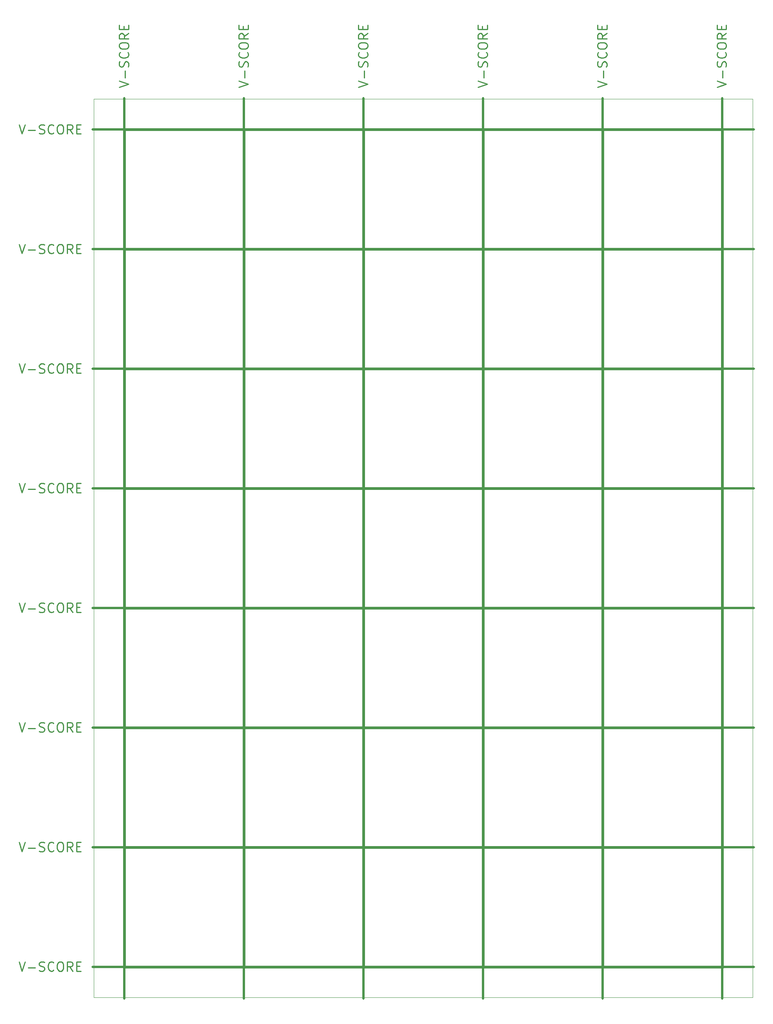
<source format=gko>
%TF.GenerationSoftware,KiCad,Pcbnew,8.0.7*%
%TF.CreationDate,2025-01-03T07:35:05+00:00*%
%TF.ProjectId,Soft_Power_Switch_panelized,536f6674-5f50-46f7-9765-725f53776974,v10*%
%TF.SameCoordinates,Original*%
%TF.FileFunction,Soldermask,Bot*%
%TF.FilePolarity,Negative*%
%FSLAX46Y46*%
G04 Gerber Fmt 4.6, Leading zero omitted, Abs format (unit mm)*
G04 Created by KiCad (PCBNEW 8.0.7) date 2025-01-03 07:35:05*
%MOMM*%
%LPD*%
G01*
G04 APERTURE LIST*
%TA.AperFunction,Profile*%
%ADD10C,0.100000*%
%TD*%
%ADD11C,0.500000*%
%ADD12C,0.250000*%
G04 APERTURE END LIST*
D10*
X135850000Y187650000D02*
X135850000Y-6850000D01*
X51800000Y77200000D02*
X77200000Y77200000D01*
X77200000Y51800000D01*
X51800000Y51800000D01*
X51800000Y77200000D01*
X51800000Y103100000D02*
X77200000Y103100000D01*
X77200000Y77700000D01*
X51800000Y77700000D01*
X51800000Y103100000D01*
X135850000Y-6850000D02*
X-6850000Y-6850000D01*
X77700000Y103100000D02*
X103100000Y103100000D01*
X103100000Y77700000D01*
X77700000Y77700000D01*
X77700000Y103100000D01*
X25900000Y180800000D02*
X51300000Y180800000D01*
X51300000Y155400000D01*
X25900000Y155400000D01*
X25900000Y180800000D01*
X0Y180800000D02*
X25400000Y180800000D01*
X25400000Y155400000D01*
X0Y155400000D01*
X0Y180800000D01*
X51800000Y25400000D02*
X77200000Y25400000D01*
X77200000Y0D01*
X51800000Y0D01*
X51800000Y25400000D01*
X25900000Y51300000D02*
X51300000Y51300000D01*
X51300000Y25900000D01*
X25900000Y25900000D01*
X25900000Y51300000D01*
X103600000Y103100000D02*
X129000000Y103100000D01*
X129000000Y77700000D01*
X103600000Y77700000D01*
X103600000Y103100000D01*
X51800000Y154900000D02*
X77200000Y154900000D01*
X77200000Y129500000D01*
X51800000Y129500000D01*
X51800000Y154900000D01*
X103600000Y154900000D02*
X129000000Y154900000D01*
X129000000Y129500000D01*
X103600000Y129500000D01*
X103600000Y154900000D01*
X-6850000Y-6850000D02*
X-6850000Y187650000D01*
X0Y129000000D02*
X25400000Y129000000D01*
X25400000Y103600000D01*
X0Y103600000D01*
X0Y129000000D01*
X25900000Y129000000D02*
X51300000Y129000000D01*
X51300000Y103600000D01*
X25900000Y103600000D01*
X25900000Y129000000D01*
X77700000Y51300000D02*
X103100000Y51300000D01*
X103100000Y25900000D01*
X77700000Y25900000D01*
X77700000Y51300000D01*
X0Y51300000D02*
X25400000Y51300000D01*
X25400000Y25900000D01*
X0Y25900000D01*
X0Y51300000D01*
X103600000Y51300000D02*
X129000000Y51300000D01*
X129000000Y25900000D01*
X103600000Y25900000D01*
X103600000Y51300000D01*
X-500000Y-500000D02*
X-500000Y181300000D01*
X25900000Y25400000D02*
X51300000Y25400000D01*
X51300000Y0D01*
X25900000Y0D01*
X25900000Y25400000D01*
X129500000Y-500000D02*
X-500000Y-500000D01*
X51800000Y180800000D02*
X77200000Y180800000D01*
X77200000Y155400000D01*
X51800000Y155400000D01*
X51800000Y180800000D01*
X103600000Y180800000D02*
X129000000Y180800000D01*
X129000000Y155400000D01*
X103600000Y155400000D01*
X103600000Y180800000D01*
X77700000Y77200000D02*
X103100000Y77200000D01*
X103100000Y51800000D01*
X77700000Y51800000D01*
X77700000Y77200000D01*
X103600000Y77200000D02*
X129000000Y77200000D01*
X129000000Y51800000D01*
X103600000Y51800000D01*
X103600000Y77200000D01*
X51800000Y51300000D02*
X77200000Y51300000D01*
X77200000Y25900000D01*
X51800000Y25900000D01*
X51800000Y51300000D01*
X-500000Y181300000D02*
X129500000Y181300000D01*
X0Y103100000D02*
X25400000Y103100000D01*
X25400000Y77700000D01*
X0Y77700000D01*
X0Y103100000D01*
X103600000Y129000000D02*
X129000000Y129000000D01*
X129000000Y103600000D01*
X103600000Y103600000D01*
X103600000Y129000000D01*
X25900000Y103100000D02*
X51300000Y103100000D01*
X51300000Y77700000D01*
X25900000Y77700000D01*
X25900000Y103100000D01*
X77700000Y25400000D02*
X103100000Y25400000D01*
X103100000Y0D01*
X77700000Y0D01*
X77700000Y25400000D01*
X0Y154900000D02*
X25400000Y154900000D01*
X25400000Y129500000D01*
X0Y129500000D01*
X0Y154900000D01*
X25900000Y77200000D02*
X51300000Y77200000D01*
X51300000Y51800000D01*
X25900000Y51800000D01*
X25900000Y77200000D01*
X129500000Y181300000D02*
X129500000Y-500000D01*
X103600000Y25400000D02*
X129000000Y25400000D01*
X129000000Y0D01*
X103600000Y0D01*
X103600000Y25400000D01*
X77700000Y154900000D02*
X103100000Y154900000D01*
X103100000Y129500000D01*
X77700000Y129500000D01*
X77700000Y154900000D01*
X0Y77200000D02*
X25400000Y77200000D01*
X25400000Y51800000D01*
X0Y51800000D01*
X0Y77200000D01*
X77700000Y180800000D02*
X103100000Y180800000D01*
X103100000Y155400000D01*
X77700000Y155400000D01*
X77700000Y180800000D01*
X-6850000Y187650000D02*
X135850000Y187650000D01*
X25900000Y154900000D02*
X51300000Y154900000D01*
X51300000Y129500000D01*
X25900000Y129500000D01*
X25900000Y154900000D01*
X0Y25400000D02*
X25400000Y25400000D01*
X25400000Y0D01*
X0Y0D01*
X0Y25400000D01*
X77700000Y129000000D02*
X103100000Y129000000D01*
X103100000Y103600000D01*
X77700000Y103600000D01*
X77700000Y129000000D01*
X51800000Y129000000D02*
X77200000Y129000000D01*
X77200000Y103600000D01*
X51800000Y103600000D01*
X51800000Y129000000D01*
D11*
X77450000Y187900000D02*
X77450000Y-7100000D01*
X-7100000Y103350000D02*
X136100000Y103350000D01*
X-7100000Y-250000D02*
X136100000Y-250000D01*
X129250000Y187900000D02*
X129250000Y-7100000D01*
X-7100000Y51550000D02*
X136100000Y51550000D01*
X-7100000Y25650000D02*
X136100000Y25650000D01*
X-7100000Y77450000D02*
X136100000Y77450000D01*
X-7100000Y155150000D02*
X136100000Y155150000D01*
X-7100000Y129250000D02*
X136100000Y129250000D01*
X103350000Y187900000D02*
X103350000Y-7100000D01*
X25650000Y187900000D02*
X25650000Y-7100000D01*
X51550000Y187900000D02*
X51550000Y-7100000D01*
X-7100000Y181050000D02*
X136100000Y181050000D01*
X-250000Y187900000D02*
X-250000Y-7100000D01*
D12*
X-23073997Y26737762D02*
X-22407331Y24737762D01*
X-22407331Y24737762D02*
X-21740664Y26737762D01*
X-21073997Y25499667D02*
X-19550187Y25499667D01*
X-18693045Y24833000D02*
X-18407331Y24737762D01*
X-18407331Y24737762D02*
X-17931140Y24737762D01*
X-17931140Y24737762D02*
X-17740664Y24833000D01*
X-17740664Y24833000D02*
X-17645426Y24928239D01*
X-17645426Y24928239D02*
X-17550188Y25118715D01*
X-17550188Y25118715D02*
X-17550188Y25309191D01*
X-17550188Y25309191D02*
X-17645426Y25499667D01*
X-17645426Y25499667D02*
X-17740664Y25594905D01*
X-17740664Y25594905D02*
X-17931140Y25690143D01*
X-17931140Y25690143D02*
X-18312093Y25785381D01*
X-18312093Y25785381D02*
X-18502569Y25880620D01*
X-18502569Y25880620D02*
X-18597807Y25975858D01*
X-18597807Y25975858D02*
X-18693045Y26166334D01*
X-18693045Y26166334D02*
X-18693045Y26356810D01*
X-18693045Y26356810D02*
X-18597807Y26547286D01*
X-18597807Y26547286D02*
X-18502569Y26642524D01*
X-18502569Y26642524D02*
X-18312093Y26737762D01*
X-18312093Y26737762D02*
X-17835902Y26737762D01*
X-17835902Y26737762D02*
X-17550188Y26642524D01*
X-15550188Y24928239D02*
X-15645426Y24833000D01*
X-15645426Y24833000D02*
X-15931140Y24737762D01*
X-15931140Y24737762D02*
X-16121616Y24737762D01*
X-16121616Y24737762D02*
X-16407331Y24833000D01*
X-16407331Y24833000D02*
X-16597807Y25023477D01*
X-16597807Y25023477D02*
X-16693045Y25213953D01*
X-16693045Y25213953D02*
X-16788283Y25594905D01*
X-16788283Y25594905D02*
X-16788283Y25880620D01*
X-16788283Y25880620D02*
X-16693045Y26261572D01*
X-16693045Y26261572D02*
X-16597807Y26452048D01*
X-16597807Y26452048D02*
X-16407331Y26642524D01*
X-16407331Y26642524D02*
X-16121616Y26737762D01*
X-16121616Y26737762D02*
X-15931140Y26737762D01*
X-15931140Y26737762D02*
X-15645426Y26642524D01*
X-15645426Y26642524D02*
X-15550188Y26547286D01*
X-14312093Y26737762D02*
X-13931140Y26737762D01*
X-13931140Y26737762D02*
X-13740664Y26642524D01*
X-13740664Y26642524D02*
X-13550188Y26452048D01*
X-13550188Y26452048D02*
X-13454950Y26071096D01*
X-13454950Y26071096D02*
X-13454950Y25404429D01*
X-13454950Y25404429D02*
X-13550188Y25023477D01*
X-13550188Y25023477D02*
X-13740664Y24833000D01*
X-13740664Y24833000D02*
X-13931140Y24737762D01*
X-13931140Y24737762D02*
X-14312093Y24737762D01*
X-14312093Y24737762D02*
X-14502569Y24833000D01*
X-14502569Y24833000D02*
X-14693045Y25023477D01*
X-14693045Y25023477D02*
X-14788283Y25404429D01*
X-14788283Y25404429D02*
X-14788283Y26071096D01*
X-14788283Y26071096D02*
X-14693045Y26452048D01*
X-14693045Y26452048D02*
X-14502569Y26642524D01*
X-14502569Y26642524D02*
X-14312093Y26737762D01*
X-11454950Y24737762D02*
X-12121617Y25690143D01*
X-12597807Y24737762D02*
X-12597807Y26737762D01*
X-12597807Y26737762D02*
X-11835902Y26737762D01*
X-11835902Y26737762D02*
X-11645426Y26642524D01*
X-11645426Y26642524D02*
X-11550188Y26547286D01*
X-11550188Y26547286D02*
X-11454950Y26356810D01*
X-11454950Y26356810D02*
X-11454950Y26071096D01*
X-11454950Y26071096D02*
X-11550188Y25880620D01*
X-11550188Y25880620D02*
X-11645426Y25785381D01*
X-11645426Y25785381D02*
X-11835902Y25690143D01*
X-11835902Y25690143D02*
X-12597807Y25690143D01*
X-10597807Y25785381D02*
X-9931140Y25785381D01*
X-9645426Y24737762D02*
X-10597807Y24737762D01*
X-10597807Y24737762D02*
X-10597807Y26737762D01*
X-10597807Y26737762D02*
X-9645426Y26737762D01*
X-23073997Y837762D02*
X-22407331Y-1162238D01*
X-22407331Y-1162238D02*
X-21740664Y837762D01*
X-21073997Y-400333D02*
X-19550187Y-400333D01*
X-18693045Y-1067000D02*
X-18407331Y-1162238D01*
X-18407331Y-1162238D02*
X-17931140Y-1162238D01*
X-17931140Y-1162238D02*
X-17740664Y-1067000D01*
X-17740664Y-1067000D02*
X-17645426Y-971761D01*
X-17645426Y-971761D02*
X-17550188Y-781285D01*
X-17550188Y-781285D02*
X-17550188Y-590809D01*
X-17550188Y-590809D02*
X-17645426Y-400333D01*
X-17645426Y-400333D02*
X-17740664Y-305095D01*
X-17740664Y-305095D02*
X-17931140Y-209857D01*
X-17931140Y-209857D02*
X-18312093Y-114619D01*
X-18312093Y-114619D02*
X-18502569Y-19380D01*
X-18502569Y-19380D02*
X-18597807Y75858D01*
X-18597807Y75858D02*
X-18693045Y266334D01*
X-18693045Y266334D02*
X-18693045Y456810D01*
X-18693045Y456810D02*
X-18597807Y647286D01*
X-18597807Y647286D02*
X-18502569Y742524D01*
X-18502569Y742524D02*
X-18312093Y837762D01*
X-18312093Y837762D02*
X-17835902Y837762D01*
X-17835902Y837762D02*
X-17550188Y742524D01*
X-15550188Y-971761D02*
X-15645426Y-1067000D01*
X-15645426Y-1067000D02*
X-15931140Y-1162238D01*
X-15931140Y-1162238D02*
X-16121616Y-1162238D01*
X-16121616Y-1162238D02*
X-16407331Y-1067000D01*
X-16407331Y-1067000D02*
X-16597807Y-876523D01*
X-16597807Y-876523D02*
X-16693045Y-686047D01*
X-16693045Y-686047D02*
X-16788283Y-305095D01*
X-16788283Y-305095D02*
X-16788283Y-19380D01*
X-16788283Y-19380D02*
X-16693045Y361572D01*
X-16693045Y361572D02*
X-16597807Y552048D01*
X-16597807Y552048D02*
X-16407331Y742524D01*
X-16407331Y742524D02*
X-16121616Y837762D01*
X-16121616Y837762D02*
X-15931140Y837762D01*
X-15931140Y837762D02*
X-15645426Y742524D01*
X-15645426Y742524D02*
X-15550188Y647286D01*
X-14312093Y837762D02*
X-13931140Y837762D01*
X-13931140Y837762D02*
X-13740664Y742524D01*
X-13740664Y742524D02*
X-13550188Y552048D01*
X-13550188Y552048D02*
X-13454950Y171096D01*
X-13454950Y171096D02*
X-13454950Y-495571D01*
X-13454950Y-495571D02*
X-13550188Y-876523D01*
X-13550188Y-876523D02*
X-13740664Y-1067000D01*
X-13740664Y-1067000D02*
X-13931140Y-1162238D01*
X-13931140Y-1162238D02*
X-14312093Y-1162238D01*
X-14312093Y-1162238D02*
X-14502569Y-1067000D01*
X-14502569Y-1067000D02*
X-14693045Y-876523D01*
X-14693045Y-876523D02*
X-14788283Y-495571D01*
X-14788283Y-495571D02*
X-14788283Y171096D01*
X-14788283Y171096D02*
X-14693045Y552048D01*
X-14693045Y552048D02*
X-14502569Y742524D01*
X-14502569Y742524D02*
X-14312093Y837762D01*
X-11454950Y-1162238D02*
X-12121617Y-209857D01*
X-12597807Y-1162238D02*
X-12597807Y837762D01*
X-12597807Y837762D02*
X-11835902Y837762D01*
X-11835902Y837762D02*
X-11645426Y742524D01*
X-11645426Y742524D02*
X-11550188Y647286D01*
X-11550188Y647286D02*
X-11454950Y456810D01*
X-11454950Y456810D02*
X-11454950Y171096D01*
X-11454950Y171096D02*
X-11550188Y-19380D01*
X-11550188Y-19380D02*
X-11645426Y-114619D01*
X-11645426Y-114619D02*
X-11835902Y-209857D01*
X-11835902Y-209857D02*
X-12597807Y-209857D01*
X-10597807Y-114619D02*
X-9931140Y-114619D01*
X-9645426Y-1162238D02*
X-10597807Y-1162238D01*
X-10597807Y-1162238D02*
X-10597807Y837762D01*
X-10597807Y837762D02*
X-9645426Y837762D01*
X24562238Y190254949D02*
X26562238Y190921615D01*
X26562238Y190921615D02*
X24562238Y191588282D01*
X25800333Y192254949D02*
X25800333Y193778759D01*
X26467000Y194635901D02*
X26562238Y194921615D01*
X26562238Y194921615D02*
X26562238Y195397806D01*
X26562238Y195397806D02*
X26467000Y195588282D01*
X26467000Y195588282D02*
X26371761Y195683520D01*
X26371761Y195683520D02*
X26181285Y195778758D01*
X26181285Y195778758D02*
X25990809Y195778758D01*
X25990809Y195778758D02*
X25800333Y195683520D01*
X25800333Y195683520D02*
X25705095Y195588282D01*
X25705095Y195588282D02*
X25609857Y195397806D01*
X25609857Y195397806D02*
X25514619Y195016853D01*
X25514619Y195016853D02*
X25419380Y194826377D01*
X25419380Y194826377D02*
X25324142Y194731139D01*
X25324142Y194731139D02*
X25133666Y194635901D01*
X25133666Y194635901D02*
X24943190Y194635901D01*
X24943190Y194635901D02*
X24752714Y194731139D01*
X24752714Y194731139D02*
X24657476Y194826377D01*
X24657476Y194826377D02*
X24562238Y195016853D01*
X24562238Y195016853D02*
X24562238Y195493044D01*
X24562238Y195493044D02*
X24657476Y195778758D01*
X26371761Y197778758D02*
X26467000Y197683520D01*
X26467000Y197683520D02*
X26562238Y197397806D01*
X26562238Y197397806D02*
X26562238Y197207330D01*
X26562238Y197207330D02*
X26467000Y196921615D01*
X26467000Y196921615D02*
X26276523Y196731139D01*
X26276523Y196731139D02*
X26086047Y196635901D01*
X26086047Y196635901D02*
X25705095Y196540663D01*
X25705095Y196540663D02*
X25419380Y196540663D01*
X25419380Y196540663D02*
X25038428Y196635901D01*
X25038428Y196635901D02*
X24847952Y196731139D01*
X24847952Y196731139D02*
X24657476Y196921615D01*
X24657476Y196921615D02*
X24562238Y197207330D01*
X24562238Y197207330D02*
X24562238Y197397806D01*
X24562238Y197397806D02*
X24657476Y197683520D01*
X24657476Y197683520D02*
X24752714Y197778758D01*
X24562238Y199016853D02*
X24562238Y199397806D01*
X24562238Y199397806D02*
X24657476Y199588282D01*
X24657476Y199588282D02*
X24847952Y199778758D01*
X24847952Y199778758D02*
X25228904Y199873996D01*
X25228904Y199873996D02*
X25895571Y199873996D01*
X25895571Y199873996D02*
X26276523Y199778758D01*
X26276523Y199778758D02*
X26467000Y199588282D01*
X26467000Y199588282D02*
X26562238Y199397806D01*
X26562238Y199397806D02*
X26562238Y199016853D01*
X26562238Y199016853D02*
X26467000Y198826377D01*
X26467000Y198826377D02*
X26276523Y198635901D01*
X26276523Y198635901D02*
X25895571Y198540663D01*
X25895571Y198540663D02*
X25228904Y198540663D01*
X25228904Y198540663D02*
X24847952Y198635901D01*
X24847952Y198635901D02*
X24657476Y198826377D01*
X24657476Y198826377D02*
X24562238Y199016853D01*
X26562238Y201873996D02*
X25609857Y201207329D01*
X26562238Y200731139D02*
X24562238Y200731139D01*
X24562238Y200731139D02*
X24562238Y201493044D01*
X24562238Y201493044D02*
X24657476Y201683520D01*
X24657476Y201683520D02*
X24752714Y201778758D01*
X24752714Y201778758D02*
X24943190Y201873996D01*
X24943190Y201873996D02*
X25228904Y201873996D01*
X25228904Y201873996D02*
X25419380Y201778758D01*
X25419380Y201778758D02*
X25514619Y201683520D01*
X25514619Y201683520D02*
X25609857Y201493044D01*
X25609857Y201493044D02*
X25609857Y200731139D01*
X25514619Y202731139D02*
X25514619Y203397806D01*
X26562238Y203683520D02*
X26562238Y202731139D01*
X26562238Y202731139D02*
X24562238Y202731139D01*
X24562238Y202731139D02*
X24562238Y203683520D01*
X-23073997Y78537762D02*
X-22407331Y76537762D01*
X-22407331Y76537762D02*
X-21740664Y78537762D01*
X-21073997Y77299667D02*
X-19550187Y77299667D01*
X-18693045Y76633000D02*
X-18407331Y76537762D01*
X-18407331Y76537762D02*
X-17931140Y76537762D01*
X-17931140Y76537762D02*
X-17740664Y76633000D01*
X-17740664Y76633000D02*
X-17645426Y76728239D01*
X-17645426Y76728239D02*
X-17550188Y76918715D01*
X-17550188Y76918715D02*
X-17550188Y77109191D01*
X-17550188Y77109191D02*
X-17645426Y77299667D01*
X-17645426Y77299667D02*
X-17740664Y77394905D01*
X-17740664Y77394905D02*
X-17931140Y77490143D01*
X-17931140Y77490143D02*
X-18312093Y77585381D01*
X-18312093Y77585381D02*
X-18502569Y77680620D01*
X-18502569Y77680620D02*
X-18597807Y77775858D01*
X-18597807Y77775858D02*
X-18693045Y77966334D01*
X-18693045Y77966334D02*
X-18693045Y78156810D01*
X-18693045Y78156810D02*
X-18597807Y78347286D01*
X-18597807Y78347286D02*
X-18502569Y78442524D01*
X-18502569Y78442524D02*
X-18312093Y78537762D01*
X-18312093Y78537762D02*
X-17835902Y78537762D01*
X-17835902Y78537762D02*
X-17550188Y78442524D01*
X-15550188Y76728239D02*
X-15645426Y76633000D01*
X-15645426Y76633000D02*
X-15931140Y76537762D01*
X-15931140Y76537762D02*
X-16121616Y76537762D01*
X-16121616Y76537762D02*
X-16407331Y76633000D01*
X-16407331Y76633000D02*
X-16597807Y76823477D01*
X-16597807Y76823477D02*
X-16693045Y77013953D01*
X-16693045Y77013953D02*
X-16788283Y77394905D01*
X-16788283Y77394905D02*
X-16788283Y77680620D01*
X-16788283Y77680620D02*
X-16693045Y78061572D01*
X-16693045Y78061572D02*
X-16597807Y78252048D01*
X-16597807Y78252048D02*
X-16407331Y78442524D01*
X-16407331Y78442524D02*
X-16121616Y78537762D01*
X-16121616Y78537762D02*
X-15931140Y78537762D01*
X-15931140Y78537762D02*
X-15645426Y78442524D01*
X-15645426Y78442524D02*
X-15550188Y78347286D01*
X-14312093Y78537762D02*
X-13931140Y78537762D01*
X-13931140Y78537762D02*
X-13740664Y78442524D01*
X-13740664Y78442524D02*
X-13550188Y78252048D01*
X-13550188Y78252048D02*
X-13454950Y77871096D01*
X-13454950Y77871096D02*
X-13454950Y77204429D01*
X-13454950Y77204429D02*
X-13550188Y76823477D01*
X-13550188Y76823477D02*
X-13740664Y76633000D01*
X-13740664Y76633000D02*
X-13931140Y76537762D01*
X-13931140Y76537762D02*
X-14312093Y76537762D01*
X-14312093Y76537762D02*
X-14502569Y76633000D01*
X-14502569Y76633000D02*
X-14693045Y76823477D01*
X-14693045Y76823477D02*
X-14788283Y77204429D01*
X-14788283Y77204429D02*
X-14788283Y77871096D01*
X-14788283Y77871096D02*
X-14693045Y78252048D01*
X-14693045Y78252048D02*
X-14502569Y78442524D01*
X-14502569Y78442524D02*
X-14312093Y78537762D01*
X-11454950Y76537762D02*
X-12121617Y77490143D01*
X-12597807Y76537762D02*
X-12597807Y78537762D01*
X-12597807Y78537762D02*
X-11835902Y78537762D01*
X-11835902Y78537762D02*
X-11645426Y78442524D01*
X-11645426Y78442524D02*
X-11550188Y78347286D01*
X-11550188Y78347286D02*
X-11454950Y78156810D01*
X-11454950Y78156810D02*
X-11454950Y77871096D01*
X-11454950Y77871096D02*
X-11550188Y77680620D01*
X-11550188Y77680620D02*
X-11645426Y77585381D01*
X-11645426Y77585381D02*
X-11835902Y77490143D01*
X-11835902Y77490143D02*
X-12597807Y77490143D01*
X-10597807Y77585381D02*
X-9931140Y77585381D01*
X-9645426Y76537762D02*
X-10597807Y76537762D01*
X-10597807Y76537762D02*
X-10597807Y78537762D01*
X-10597807Y78537762D02*
X-9645426Y78537762D01*
X-23073997Y130337761D02*
X-22407331Y128337761D01*
X-22407331Y128337761D02*
X-21740664Y130337761D01*
X-21073997Y129099666D02*
X-19550187Y129099666D01*
X-18693045Y128433000D02*
X-18407331Y128337761D01*
X-18407331Y128337761D02*
X-17931140Y128337761D01*
X-17931140Y128337761D02*
X-17740664Y128433000D01*
X-17740664Y128433000D02*
X-17645426Y128528238D01*
X-17645426Y128528238D02*
X-17550188Y128718714D01*
X-17550188Y128718714D02*
X-17550188Y128909190D01*
X-17550188Y128909190D02*
X-17645426Y129099666D01*
X-17645426Y129099666D02*
X-17740664Y129194904D01*
X-17740664Y129194904D02*
X-17931140Y129290142D01*
X-17931140Y129290142D02*
X-18312093Y129385380D01*
X-18312093Y129385380D02*
X-18502569Y129480619D01*
X-18502569Y129480619D02*
X-18597807Y129575857D01*
X-18597807Y129575857D02*
X-18693045Y129766333D01*
X-18693045Y129766333D02*
X-18693045Y129956809D01*
X-18693045Y129956809D02*
X-18597807Y130147285D01*
X-18597807Y130147285D02*
X-18502569Y130242523D01*
X-18502569Y130242523D02*
X-18312093Y130337761D01*
X-18312093Y130337761D02*
X-17835902Y130337761D01*
X-17835902Y130337761D02*
X-17550188Y130242523D01*
X-15550188Y128528238D02*
X-15645426Y128433000D01*
X-15645426Y128433000D02*
X-15931140Y128337761D01*
X-15931140Y128337761D02*
X-16121616Y128337761D01*
X-16121616Y128337761D02*
X-16407331Y128433000D01*
X-16407331Y128433000D02*
X-16597807Y128623476D01*
X-16597807Y128623476D02*
X-16693045Y128813952D01*
X-16693045Y128813952D02*
X-16788283Y129194904D01*
X-16788283Y129194904D02*
X-16788283Y129480619D01*
X-16788283Y129480619D02*
X-16693045Y129861571D01*
X-16693045Y129861571D02*
X-16597807Y130052047D01*
X-16597807Y130052047D02*
X-16407331Y130242523D01*
X-16407331Y130242523D02*
X-16121616Y130337761D01*
X-16121616Y130337761D02*
X-15931140Y130337761D01*
X-15931140Y130337761D02*
X-15645426Y130242523D01*
X-15645426Y130242523D02*
X-15550188Y130147285D01*
X-14312093Y130337761D02*
X-13931140Y130337761D01*
X-13931140Y130337761D02*
X-13740664Y130242523D01*
X-13740664Y130242523D02*
X-13550188Y130052047D01*
X-13550188Y130052047D02*
X-13454950Y129671095D01*
X-13454950Y129671095D02*
X-13454950Y129004428D01*
X-13454950Y129004428D02*
X-13550188Y128623476D01*
X-13550188Y128623476D02*
X-13740664Y128433000D01*
X-13740664Y128433000D02*
X-13931140Y128337761D01*
X-13931140Y128337761D02*
X-14312093Y128337761D01*
X-14312093Y128337761D02*
X-14502569Y128433000D01*
X-14502569Y128433000D02*
X-14693045Y128623476D01*
X-14693045Y128623476D02*
X-14788283Y129004428D01*
X-14788283Y129004428D02*
X-14788283Y129671095D01*
X-14788283Y129671095D02*
X-14693045Y130052047D01*
X-14693045Y130052047D02*
X-14502569Y130242523D01*
X-14502569Y130242523D02*
X-14312093Y130337761D01*
X-11454950Y128337761D02*
X-12121617Y129290142D01*
X-12597807Y128337761D02*
X-12597807Y130337761D01*
X-12597807Y130337761D02*
X-11835902Y130337761D01*
X-11835902Y130337761D02*
X-11645426Y130242523D01*
X-11645426Y130242523D02*
X-11550188Y130147285D01*
X-11550188Y130147285D02*
X-11454950Y129956809D01*
X-11454950Y129956809D02*
X-11454950Y129671095D01*
X-11454950Y129671095D02*
X-11550188Y129480619D01*
X-11550188Y129480619D02*
X-11645426Y129385380D01*
X-11645426Y129385380D02*
X-11835902Y129290142D01*
X-11835902Y129290142D02*
X-12597807Y129290142D01*
X-10597807Y129385380D02*
X-9931140Y129385380D01*
X-9645426Y128337761D02*
X-10597807Y128337761D01*
X-10597807Y128337761D02*
X-10597807Y130337761D01*
X-10597807Y130337761D02*
X-9645426Y130337761D01*
X-23073997Y156237761D02*
X-22407331Y154237761D01*
X-22407331Y154237761D02*
X-21740664Y156237761D01*
X-21073997Y154999666D02*
X-19550187Y154999666D01*
X-18693045Y154333000D02*
X-18407331Y154237761D01*
X-18407331Y154237761D02*
X-17931140Y154237761D01*
X-17931140Y154237761D02*
X-17740664Y154333000D01*
X-17740664Y154333000D02*
X-17645426Y154428238D01*
X-17645426Y154428238D02*
X-17550188Y154618714D01*
X-17550188Y154618714D02*
X-17550188Y154809190D01*
X-17550188Y154809190D02*
X-17645426Y154999666D01*
X-17645426Y154999666D02*
X-17740664Y155094904D01*
X-17740664Y155094904D02*
X-17931140Y155190142D01*
X-17931140Y155190142D02*
X-18312093Y155285380D01*
X-18312093Y155285380D02*
X-18502569Y155380619D01*
X-18502569Y155380619D02*
X-18597807Y155475857D01*
X-18597807Y155475857D02*
X-18693045Y155666333D01*
X-18693045Y155666333D02*
X-18693045Y155856809D01*
X-18693045Y155856809D02*
X-18597807Y156047285D01*
X-18597807Y156047285D02*
X-18502569Y156142523D01*
X-18502569Y156142523D02*
X-18312093Y156237761D01*
X-18312093Y156237761D02*
X-17835902Y156237761D01*
X-17835902Y156237761D02*
X-17550188Y156142523D01*
X-15550188Y154428238D02*
X-15645426Y154333000D01*
X-15645426Y154333000D02*
X-15931140Y154237761D01*
X-15931140Y154237761D02*
X-16121616Y154237761D01*
X-16121616Y154237761D02*
X-16407331Y154333000D01*
X-16407331Y154333000D02*
X-16597807Y154523476D01*
X-16597807Y154523476D02*
X-16693045Y154713952D01*
X-16693045Y154713952D02*
X-16788283Y155094904D01*
X-16788283Y155094904D02*
X-16788283Y155380619D01*
X-16788283Y155380619D02*
X-16693045Y155761571D01*
X-16693045Y155761571D02*
X-16597807Y155952047D01*
X-16597807Y155952047D02*
X-16407331Y156142523D01*
X-16407331Y156142523D02*
X-16121616Y156237761D01*
X-16121616Y156237761D02*
X-15931140Y156237761D01*
X-15931140Y156237761D02*
X-15645426Y156142523D01*
X-15645426Y156142523D02*
X-15550188Y156047285D01*
X-14312093Y156237761D02*
X-13931140Y156237761D01*
X-13931140Y156237761D02*
X-13740664Y156142523D01*
X-13740664Y156142523D02*
X-13550188Y155952047D01*
X-13550188Y155952047D02*
X-13454950Y155571095D01*
X-13454950Y155571095D02*
X-13454950Y154904428D01*
X-13454950Y154904428D02*
X-13550188Y154523476D01*
X-13550188Y154523476D02*
X-13740664Y154333000D01*
X-13740664Y154333000D02*
X-13931140Y154237761D01*
X-13931140Y154237761D02*
X-14312093Y154237761D01*
X-14312093Y154237761D02*
X-14502569Y154333000D01*
X-14502569Y154333000D02*
X-14693045Y154523476D01*
X-14693045Y154523476D02*
X-14788283Y154904428D01*
X-14788283Y154904428D02*
X-14788283Y155571095D01*
X-14788283Y155571095D02*
X-14693045Y155952047D01*
X-14693045Y155952047D02*
X-14502569Y156142523D01*
X-14502569Y156142523D02*
X-14312093Y156237761D01*
X-11454950Y154237761D02*
X-12121617Y155190142D01*
X-12597807Y154237761D02*
X-12597807Y156237761D01*
X-12597807Y156237761D02*
X-11835902Y156237761D01*
X-11835902Y156237761D02*
X-11645426Y156142523D01*
X-11645426Y156142523D02*
X-11550188Y156047285D01*
X-11550188Y156047285D02*
X-11454950Y155856809D01*
X-11454950Y155856809D02*
X-11454950Y155571095D01*
X-11454950Y155571095D02*
X-11550188Y155380619D01*
X-11550188Y155380619D02*
X-11645426Y155285380D01*
X-11645426Y155285380D02*
X-11835902Y155190142D01*
X-11835902Y155190142D02*
X-12597807Y155190142D01*
X-10597807Y155285380D02*
X-9931140Y155285380D01*
X-9645426Y154237761D02*
X-10597807Y154237761D01*
X-10597807Y154237761D02*
X-10597807Y156237761D01*
X-10597807Y156237761D02*
X-9645426Y156237761D01*
X-23073997Y104437762D02*
X-22407331Y102437762D01*
X-22407331Y102437762D02*
X-21740664Y104437762D01*
X-21073997Y103199667D02*
X-19550187Y103199667D01*
X-18693045Y102533000D02*
X-18407331Y102437762D01*
X-18407331Y102437762D02*
X-17931140Y102437762D01*
X-17931140Y102437762D02*
X-17740664Y102533000D01*
X-17740664Y102533000D02*
X-17645426Y102628239D01*
X-17645426Y102628239D02*
X-17550188Y102818715D01*
X-17550188Y102818715D02*
X-17550188Y103009191D01*
X-17550188Y103009191D02*
X-17645426Y103199667D01*
X-17645426Y103199667D02*
X-17740664Y103294905D01*
X-17740664Y103294905D02*
X-17931140Y103390143D01*
X-17931140Y103390143D02*
X-18312093Y103485381D01*
X-18312093Y103485381D02*
X-18502569Y103580620D01*
X-18502569Y103580620D02*
X-18597807Y103675858D01*
X-18597807Y103675858D02*
X-18693045Y103866334D01*
X-18693045Y103866334D02*
X-18693045Y104056810D01*
X-18693045Y104056810D02*
X-18597807Y104247286D01*
X-18597807Y104247286D02*
X-18502569Y104342524D01*
X-18502569Y104342524D02*
X-18312093Y104437762D01*
X-18312093Y104437762D02*
X-17835902Y104437762D01*
X-17835902Y104437762D02*
X-17550188Y104342524D01*
X-15550188Y102628239D02*
X-15645426Y102533000D01*
X-15645426Y102533000D02*
X-15931140Y102437762D01*
X-15931140Y102437762D02*
X-16121616Y102437762D01*
X-16121616Y102437762D02*
X-16407331Y102533000D01*
X-16407331Y102533000D02*
X-16597807Y102723477D01*
X-16597807Y102723477D02*
X-16693045Y102913953D01*
X-16693045Y102913953D02*
X-16788283Y103294905D01*
X-16788283Y103294905D02*
X-16788283Y103580620D01*
X-16788283Y103580620D02*
X-16693045Y103961572D01*
X-16693045Y103961572D02*
X-16597807Y104152048D01*
X-16597807Y104152048D02*
X-16407331Y104342524D01*
X-16407331Y104342524D02*
X-16121616Y104437762D01*
X-16121616Y104437762D02*
X-15931140Y104437762D01*
X-15931140Y104437762D02*
X-15645426Y104342524D01*
X-15645426Y104342524D02*
X-15550188Y104247286D01*
X-14312093Y104437762D02*
X-13931140Y104437762D01*
X-13931140Y104437762D02*
X-13740664Y104342524D01*
X-13740664Y104342524D02*
X-13550188Y104152048D01*
X-13550188Y104152048D02*
X-13454950Y103771096D01*
X-13454950Y103771096D02*
X-13454950Y103104429D01*
X-13454950Y103104429D02*
X-13550188Y102723477D01*
X-13550188Y102723477D02*
X-13740664Y102533000D01*
X-13740664Y102533000D02*
X-13931140Y102437762D01*
X-13931140Y102437762D02*
X-14312093Y102437762D01*
X-14312093Y102437762D02*
X-14502569Y102533000D01*
X-14502569Y102533000D02*
X-14693045Y102723477D01*
X-14693045Y102723477D02*
X-14788283Y103104429D01*
X-14788283Y103104429D02*
X-14788283Y103771096D01*
X-14788283Y103771096D02*
X-14693045Y104152048D01*
X-14693045Y104152048D02*
X-14502569Y104342524D01*
X-14502569Y104342524D02*
X-14312093Y104437762D01*
X-11454950Y102437762D02*
X-12121617Y103390143D01*
X-12597807Y102437762D02*
X-12597807Y104437762D01*
X-12597807Y104437762D02*
X-11835902Y104437762D01*
X-11835902Y104437762D02*
X-11645426Y104342524D01*
X-11645426Y104342524D02*
X-11550188Y104247286D01*
X-11550188Y104247286D02*
X-11454950Y104056810D01*
X-11454950Y104056810D02*
X-11454950Y103771096D01*
X-11454950Y103771096D02*
X-11550188Y103580620D01*
X-11550188Y103580620D02*
X-11645426Y103485381D01*
X-11645426Y103485381D02*
X-11835902Y103390143D01*
X-11835902Y103390143D02*
X-12597807Y103390143D01*
X-10597807Y103485381D02*
X-9931140Y103485381D01*
X-9645426Y102437762D02*
X-10597807Y102437762D01*
X-10597807Y102437762D02*
X-10597807Y104437762D01*
X-10597807Y104437762D02*
X-9645426Y104437762D01*
X76362238Y190254949D02*
X78362238Y190921615D01*
X78362238Y190921615D02*
X76362238Y191588282D01*
X77600333Y192254949D02*
X77600333Y193778759D01*
X78267000Y194635901D02*
X78362238Y194921615D01*
X78362238Y194921615D02*
X78362238Y195397806D01*
X78362238Y195397806D02*
X78267000Y195588282D01*
X78267000Y195588282D02*
X78171761Y195683520D01*
X78171761Y195683520D02*
X77981285Y195778758D01*
X77981285Y195778758D02*
X77790809Y195778758D01*
X77790809Y195778758D02*
X77600333Y195683520D01*
X77600333Y195683520D02*
X77505095Y195588282D01*
X77505095Y195588282D02*
X77409857Y195397806D01*
X77409857Y195397806D02*
X77314619Y195016853D01*
X77314619Y195016853D02*
X77219380Y194826377D01*
X77219380Y194826377D02*
X77124142Y194731139D01*
X77124142Y194731139D02*
X76933666Y194635901D01*
X76933666Y194635901D02*
X76743190Y194635901D01*
X76743190Y194635901D02*
X76552714Y194731139D01*
X76552714Y194731139D02*
X76457476Y194826377D01*
X76457476Y194826377D02*
X76362238Y195016853D01*
X76362238Y195016853D02*
X76362238Y195493044D01*
X76362238Y195493044D02*
X76457476Y195778758D01*
X78171761Y197778758D02*
X78267000Y197683520D01*
X78267000Y197683520D02*
X78362238Y197397806D01*
X78362238Y197397806D02*
X78362238Y197207330D01*
X78362238Y197207330D02*
X78267000Y196921615D01*
X78267000Y196921615D02*
X78076523Y196731139D01*
X78076523Y196731139D02*
X77886047Y196635901D01*
X77886047Y196635901D02*
X77505095Y196540663D01*
X77505095Y196540663D02*
X77219380Y196540663D01*
X77219380Y196540663D02*
X76838428Y196635901D01*
X76838428Y196635901D02*
X76647952Y196731139D01*
X76647952Y196731139D02*
X76457476Y196921615D01*
X76457476Y196921615D02*
X76362238Y197207330D01*
X76362238Y197207330D02*
X76362238Y197397806D01*
X76362238Y197397806D02*
X76457476Y197683520D01*
X76457476Y197683520D02*
X76552714Y197778758D01*
X76362238Y199016853D02*
X76362238Y199397806D01*
X76362238Y199397806D02*
X76457476Y199588282D01*
X76457476Y199588282D02*
X76647952Y199778758D01*
X76647952Y199778758D02*
X77028904Y199873996D01*
X77028904Y199873996D02*
X77695571Y199873996D01*
X77695571Y199873996D02*
X78076523Y199778758D01*
X78076523Y199778758D02*
X78267000Y199588282D01*
X78267000Y199588282D02*
X78362238Y199397806D01*
X78362238Y199397806D02*
X78362238Y199016853D01*
X78362238Y199016853D02*
X78267000Y198826377D01*
X78267000Y198826377D02*
X78076523Y198635901D01*
X78076523Y198635901D02*
X77695571Y198540663D01*
X77695571Y198540663D02*
X77028904Y198540663D01*
X77028904Y198540663D02*
X76647952Y198635901D01*
X76647952Y198635901D02*
X76457476Y198826377D01*
X76457476Y198826377D02*
X76362238Y199016853D01*
X78362238Y201873996D02*
X77409857Y201207329D01*
X78362238Y200731139D02*
X76362238Y200731139D01*
X76362238Y200731139D02*
X76362238Y201493044D01*
X76362238Y201493044D02*
X76457476Y201683520D01*
X76457476Y201683520D02*
X76552714Y201778758D01*
X76552714Y201778758D02*
X76743190Y201873996D01*
X76743190Y201873996D02*
X77028904Y201873996D01*
X77028904Y201873996D02*
X77219380Y201778758D01*
X77219380Y201778758D02*
X77314619Y201683520D01*
X77314619Y201683520D02*
X77409857Y201493044D01*
X77409857Y201493044D02*
X77409857Y200731139D01*
X77314619Y202731139D02*
X77314619Y203397806D01*
X78362238Y203683520D02*
X78362238Y202731139D01*
X78362238Y202731139D02*
X76362238Y202731139D01*
X76362238Y202731139D02*
X76362238Y203683520D01*
X128162238Y190254949D02*
X130162238Y190921615D01*
X130162238Y190921615D02*
X128162238Y191588282D01*
X129400333Y192254949D02*
X129400333Y193778759D01*
X130067000Y194635901D02*
X130162238Y194921615D01*
X130162238Y194921615D02*
X130162238Y195397806D01*
X130162238Y195397806D02*
X130067000Y195588282D01*
X130067000Y195588282D02*
X129971761Y195683520D01*
X129971761Y195683520D02*
X129781285Y195778758D01*
X129781285Y195778758D02*
X129590809Y195778758D01*
X129590809Y195778758D02*
X129400333Y195683520D01*
X129400333Y195683520D02*
X129305095Y195588282D01*
X129305095Y195588282D02*
X129209857Y195397806D01*
X129209857Y195397806D02*
X129114619Y195016853D01*
X129114619Y195016853D02*
X129019380Y194826377D01*
X129019380Y194826377D02*
X128924142Y194731139D01*
X128924142Y194731139D02*
X128733666Y194635901D01*
X128733666Y194635901D02*
X128543190Y194635901D01*
X128543190Y194635901D02*
X128352714Y194731139D01*
X128352714Y194731139D02*
X128257476Y194826377D01*
X128257476Y194826377D02*
X128162238Y195016853D01*
X128162238Y195016853D02*
X128162238Y195493044D01*
X128162238Y195493044D02*
X128257476Y195778758D01*
X129971761Y197778758D02*
X130067000Y197683520D01*
X130067000Y197683520D02*
X130162238Y197397806D01*
X130162238Y197397806D02*
X130162238Y197207330D01*
X130162238Y197207330D02*
X130067000Y196921615D01*
X130067000Y196921615D02*
X129876523Y196731139D01*
X129876523Y196731139D02*
X129686047Y196635901D01*
X129686047Y196635901D02*
X129305095Y196540663D01*
X129305095Y196540663D02*
X129019380Y196540663D01*
X129019380Y196540663D02*
X128638428Y196635901D01*
X128638428Y196635901D02*
X128447952Y196731139D01*
X128447952Y196731139D02*
X128257476Y196921615D01*
X128257476Y196921615D02*
X128162238Y197207330D01*
X128162238Y197207330D02*
X128162238Y197397806D01*
X128162238Y197397806D02*
X128257476Y197683520D01*
X128257476Y197683520D02*
X128352714Y197778758D01*
X128162238Y199016853D02*
X128162238Y199397806D01*
X128162238Y199397806D02*
X128257476Y199588282D01*
X128257476Y199588282D02*
X128447952Y199778758D01*
X128447952Y199778758D02*
X128828904Y199873996D01*
X128828904Y199873996D02*
X129495571Y199873996D01*
X129495571Y199873996D02*
X129876523Y199778758D01*
X129876523Y199778758D02*
X130067000Y199588282D01*
X130067000Y199588282D02*
X130162238Y199397806D01*
X130162238Y199397806D02*
X130162238Y199016853D01*
X130162238Y199016853D02*
X130067000Y198826377D01*
X130067000Y198826377D02*
X129876523Y198635901D01*
X129876523Y198635901D02*
X129495571Y198540663D01*
X129495571Y198540663D02*
X128828904Y198540663D01*
X128828904Y198540663D02*
X128447952Y198635901D01*
X128447952Y198635901D02*
X128257476Y198826377D01*
X128257476Y198826377D02*
X128162238Y199016853D01*
X130162238Y201873996D02*
X129209857Y201207329D01*
X130162238Y200731139D02*
X128162238Y200731139D01*
X128162238Y200731139D02*
X128162238Y201493044D01*
X128162238Y201493044D02*
X128257476Y201683520D01*
X128257476Y201683520D02*
X128352714Y201778758D01*
X128352714Y201778758D02*
X128543190Y201873996D01*
X128543190Y201873996D02*
X128828904Y201873996D01*
X128828904Y201873996D02*
X129019380Y201778758D01*
X129019380Y201778758D02*
X129114619Y201683520D01*
X129114619Y201683520D02*
X129209857Y201493044D01*
X129209857Y201493044D02*
X129209857Y200731139D01*
X129114619Y202731139D02*
X129114619Y203397806D01*
X130162238Y203683520D02*
X130162238Y202731139D01*
X130162238Y202731139D02*
X128162238Y202731139D01*
X128162238Y202731139D02*
X128162238Y203683520D01*
X-23073997Y182137761D02*
X-22407331Y180137761D01*
X-22407331Y180137761D02*
X-21740664Y182137761D01*
X-21073997Y180899666D02*
X-19550187Y180899666D01*
X-18693045Y180233000D02*
X-18407331Y180137761D01*
X-18407331Y180137761D02*
X-17931140Y180137761D01*
X-17931140Y180137761D02*
X-17740664Y180233000D01*
X-17740664Y180233000D02*
X-17645426Y180328238D01*
X-17645426Y180328238D02*
X-17550188Y180518714D01*
X-17550188Y180518714D02*
X-17550188Y180709190D01*
X-17550188Y180709190D02*
X-17645426Y180899666D01*
X-17645426Y180899666D02*
X-17740664Y180994904D01*
X-17740664Y180994904D02*
X-17931140Y181090142D01*
X-17931140Y181090142D02*
X-18312093Y181185380D01*
X-18312093Y181185380D02*
X-18502569Y181280619D01*
X-18502569Y181280619D02*
X-18597807Y181375857D01*
X-18597807Y181375857D02*
X-18693045Y181566333D01*
X-18693045Y181566333D02*
X-18693045Y181756809D01*
X-18693045Y181756809D02*
X-18597807Y181947285D01*
X-18597807Y181947285D02*
X-18502569Y182042523D01*
X-18502569Y182042523D02*
X-18312093Y182137761D01*
X-18312093Y182137761D02*
X-17835902Y182137761D01*
X-17835902Y182137761D02*
X-17550188Y182042523D01*
X-15550188Y180328238D02*
X-15645426Y180233000D01*
X-15645426Y180233000D02*
X-15931140Y180137761D01*
X-15931140Y180137761D02*
X-16121616Y180137761D01*
X-16121616Y180137761D02*
X-16407331Y180233000D01*
X-16407331Y180233000D02*
X-16597807Y180423476D01*
X-16597807Y180423476D02*
X-16693045Y180613952D01*
X-16693045Y180613952D02*
X-16788283Y180994904D01*
X-16788283Y180994904D02*
X-16788283Y181280619D01*
X-16788283Y181280619D02*
X-16693045Y181661571D01*
X-16693045Y181661571D02*
X-16597807Y181852047D01*
X-16597807Y181852047D02*
X-16407331Y182042523D01*
X-16407331Y182042523D02*
X-16121616Y182137761D01*
X-16121616Y182137761D02*
X-15931140Y182137761D01*
X-15931140Y182137761D02*
X-15645426Y182042523D01*
X-15645426Y182042523D02*
X-15550188Y181947285D01*
X-14312093Y182137761D02*
X-13931140Y182137761D01*
X-13931140Y182137761D02*
X-13740664Y182042523D01*
X-13740664Y182042523D02*
X-13550188Y181852047D01*
X-13550188Y181852047D02*
X-13454950Y181471095D01*
X-13454950Y181471095D02*
X-13454950Y180804428D01*
X-13454950Y180804428D02*
X-13550188Y180423476D01*
X-13550188Y180423476D02*
X-13740664Y180233000D01*
X-13740664Y180233000D02*
X-13931140Y180137761D01*
X-13931140Y180137761D02*
X-14312093Y180137761D01*
X-14312093Y180137761D02*
X-14502569Y180233000D01*
X-14502569Y180233000D02*
X-14693045Y180423476D01*
X-14693045Y180423476D02*
X-14788283Y180804428D01*
X-14788283Y180804428D02*
X-14788283Y181471095D01*
X-14788283Y181471095D02*
X-14693045Y181852047D01*
X-14693045Y181852047D02*
X-14502569Y182042523D01*
X-14502569Y182042523D02*
X-14312093Y182137761D01*
X-11454950Y180137761D02*
X-12121617Y181090142D01*
X-12597807Y180137761D02*
X-12597807Y182137761D01*
X-12597807Y182137761D02*
X-11835902Y182137761D01*
X-11835902Y182137761D02*
X-11645426Y182042523D01*
X-11645426Y182042523D02*
X-11550188Y181947285D01*
X-11550188Y181947285D02*
X-11454950Y181756809D01*
X-11454950Y181756809D02*
X-11454950Y181471095D01*
X-11454950Y181471095D02*
X-11550188Y181280619D01*
X-11550188Y181280619D02*
X-11645426Y181185380D01*
X-11645426Y181185380D02*
X-11835902Y181090142D01*
X-11835902Y181090142D02*
X-12597807Y181090142D01*
X-10597807Y181185380D02*
X-9931140Y181185380D01*
X-9645426Y180137761D02*
X-10597807Y180137761D01*
X-10597807Y180137761D02*
X-10597807Y182137761D01*
X-10597807Y182137761D02*
X-9645426Y182137761D01*
X50462238Y190254949D02*
X52462238Y190921615D01*
X52462238Y190921615D02*
X50462238Y191588282D01*
X51700333Y192254949D02*
X51700333Y193778759D01*
X52367000Y194635901D02*
X52462238Y194921615D01*
X52462238Y194921615D02*
X52462238Y195397806D01*
X52462238Y195397806D02*
X52367000Y195588282D01*
X52367000Y195588282D02*
X52271761Y195683520D01*
X52271761Y195683520D02*
X52081285Y195778758D01*
X52081285Y195778758D02*
X51890809Y195778758D01*
X51890809Y195778758D02*
X51700333Y195683520D01*
X51700333Y195683520D02*
X51605095Y195588282D01*
X51605095Y195588282D02*
X51509857Y195397806D01*
X51509857Y195397806D02*
X51414619Y195016853D01*
X51414619Y195016853D02*
X51319380Y194826377D01*
X51319380Y194826377D02*
X51224142Y194731139D01*
X51224142Y194731139D02*
X51033666Y194635901D01*
X51033666Y194635901D02*
X50843190Y194635901D01*
X50843190Y194635901D02*
X50652714Y194731139D01*
X50652714Y194731139D02*
X50557476Y194826377D01*
X50557476Y194826377D02*
X50462238Y195016853D01*
X50462238Y195016853D02*
X50462238Y195493044D01*
X50462238Y195493044D02*
X50557476Y195778758D01*
X52271761Y197778758D02*
X52367000Y197683520D01*
X52367000Y197683520D02*
X52462238Y197397806D01*
X52462238Y197397806D02*
X52462238Y197207330D01*
X52462238Y197207330D02*
X52367000Y196921615D01*
X52367000Y196921615D02*
X52176523Y196731139D01*
X52176523Y196731139D02*
X51986047Y196635901D01*
X51986047Y196635901D02*
X51605095Y196540663D01*
X51605095Y196540663D02*
X51319380Y196540663D01*
X51319380Y196540663D02*
X50938428Y196635901D01*
X50938428Y196635901D02*
X50747952Y196731139D01*
X50747952Y196731139D02*
X50557476Y196921615D01*
X50557476Y196921615D02*
X50462238Y197207330D01*
X50462238Y197207330D02*
X50462238Y197397806D01*
X50462238Y197397806D02*
X50557476Y197683520D01*
X50557476Y197683520D02*
X50652714Y197778758D01*
X50462238Y199016853D02*
X50462238Y199397806D01*
X50462238Y199397806D02*
X50557476Y199588282D01*
X50557476Y199588282D02*
X50747952Y199778758D01*
X50747952Y199778758D02*
X51128904Y199873996D01*
X51128904Y199873996D02*
X51795571Y199873996D01*
X51795571Y199873996D02*
X52176523Y199778758D01*
X52176523Y199778758D02*
X52367000Y199588282D01*
X52367000Y199588282D02*
X52462238Y199397806D01*
X52462238Y199397806D02*
X52462238Y199016853D01*
X52462238Y199016853D02*
X52367000Y198826377D01*
X52367000Y198826377D02*
X52176523Y198635901D01*
X52176523Y198635901D02*
X51795571Y198540663D01*
X51795571Y198540663D02*
X51128904Y198540663D01*
X51128904Y198540663D02*
X50747952Y198635901D01*
X50747952Y198635901D02*
X50557476Y198826377D01*
X50557476Y198826377D02*
X50462238Y199016853D01*
X52462238Y201873996D02*
X51509857Y201207329D01*
X52462238Y200731139D02*
X50462238Y200731139D01*
X50462238Y200731139D02*
X50462238Y201493044D01*
X50462238Y201493044D02*
X50557476Y201683520D01*
X50557476Y201683520D02*
X50652714Y201778758D01*
X50652714Y201778758D02*
X50843190Y201873996D01*
X50843190Y201873996D02*
X51128904Y201873996D01*
X51128904Y201873996D02*
X51319380Y201778758D01*
X51319380Y201778758D02*
X51414619Y201683520D01*
X51414619Y201683520D02*
X51509857Y201493044D01*
X51509857Y201493044D02*
X51509857Y200731139D01*
X51414619Y202731139D02*
X51414619Y203397806D01*
X52462238Y203683520D02*
X52462238Y202731139D01*
X52462238Y202731139D02*
X50462238Y202731139D01*
X50462238Y202731139D02*
X50462238Y203683520D01*
X-23073997Y52637762D02*
X-22407331Y50637762D01*
X-22407331Y50637762D02*
X-21740664Y52637762D01*
X-21073997Y51399667D02*
X-19550187Y51399667D01*
X-18693045Y50733000D02*
X-18407331Y50637762D01*
X-18407331Y50637762D02*
X-17931140Y50637762D01*
X-17931140Y50637762D02*
X-17740664Y50733000D01*
X-17740664Y50733000D02*
X-17645426Y50828239D01*
X-17645426Y50828239D02*
X-17550188Y51018715D01*
X-17550188Y51018715D02*
X-17550188Y51209191D01*
X-17550188Y51209191D02*
X-17645426Y51399667D01*
X-17645426Y51399667D02*
X-17740664Y51494905D01*
X-17740664Y51494905D02*
X-17931140Y51590143D01*
X-17931140Y51590143D02*
X-18312093Y51685381D01*
X-18312093Y51685381D02*
X-18502569Y51780620D01*
X-18502569Y51780620D02*
X-18597807Y51875858D01*
X-18597807Y51875858D02*
X-18693045Y52066334D01*
X-18693045Y52066334D02*
X-18693045Y52256810D01*
X-18693045Y52256810D02*
X-18597807Y52447286D01*
X-18597807Y52447286D02*
X-18502569Y52542524D01*
X-18502569Y52542524D02*
X-18312093Y52637762D01*
X-18312093Y52637762D02*
X-17835902Y52637762D01*
X-17835902Y52637762D02*
X-17550188Y52542524D01*
X-15550188Y50828239D02*
X-15645426Y50733000D01*
X-15645426Y50733000D02*
X-15931140Y50637762D01*
X-15931140Y50637762D02*
X-16121616Y50637762D01*
X-16121616Y50637762D02*
X-16407331Y50733000D01*
X-16407331Y50733000D02*
X-16597807Y50923477D01*
X-16597807Y50923477D02*
X-16693045Y51113953D01*
X-16693045Y51113953D02*
X-16788283Y51494905D01*
X-16788283Y51494905D02*
X-16788283Y51780620D01*
X-16788283Y51780620D02*
X-16693045Y52161572D01*
X-16693045Y52161572D02*
X-16597807Y52352048D01*
X-16597807Y52352048D02*
X-16407331Y52542524D01*
X-16407331Y52542524D02*
X-16121616Y52637762D01*
X-16121616Y52637762D02*
X-15931140Y52637762D01*
X-15931140Y52637762D02*
X-15645426Y52542524D01*
X-15645426Y52542524D02*
X-15550188Y52447286D01*
X-14312093Y52637762D02*
X-13931140Y52637762D01*
X-13931140Y52637762D02*
X-13740664Y52542524D01*
X-13740664Y52542524D02*
X-13550188Y52352048D01*
X-13550188Y52352048D02*
X-13454950Y51971096D01*
X-13454950Y51971096D02*
X-13454950Y51304429D01*
X-13454950Y51304429D02*
X-13550188Y50923477D01*
X-13550188Y50923477D02*
X-13740664Y50733000D01*
X-13740664Y50733000D02*
X-13931140Y50637762D01*
X-13931140Y50637762D02*
X-14312093Y50637762D01*
X-14312093Y50637762D02*
X-14502569Y50733000D01*
X-14502569Y50733000D02*
X-14693045Y50923477D01*
X-14693045Y50923477D02*
X-14788283Y51304429D01*
X-14788283Y51304429D02*
X-14788283Y51971096D01*
X-14788283Y51971096D02*
X-14693045Y52352048D01*
X-14693045Y52352048D02*
X-14502569Y52542524D01*
X-14502569Y52542524D02*
X-14312093Y52637762D01*
X-11454950Y50637762D02*
X-12121617Y51590143D01*
X-12597807Y50637762D02*
X-12597807Y52637762D01*
X-12597807Y52637762D02*
X-11835902Y52637762D01*
X-11835902Y52637762D02*
X-11645426Y52542524D01*
X-11645426Y52542524D02*
X-11550188Y52447286D01*
X-11550188Y52447286D02*
X-11454950Y52256810D01*
X-11454950Y52256810D02*
X-11454950Y51971096D01*
X-11454950Y51971096D02*
X-11550188Y51780620D01*
X-11550188Y51780620D02*
X-11645426Y51685381D01*
X-11645426Y51685381D02*
X-11835902Y51590143D01*
X-11835902Y51590143D02*
X-12597807Y51590143D01*
X-10597807Y51685381D02*
X-9931140Y51685381D01*
X-9645426Y50637762D02*
X-10597807Y50637762D01*
X-10597807Y50637762D02*
X-10597807Y52637762D01*
X-10597807Y52637762D02*
X-9645426Y52637762D01*
X102262238Y190254949D02*
X104262238Y190921615D01*
X104262238Y190921615D02*
X102262238Y191588282D01*
X103500333Y192254949D02*
X103500333Y193778759D01*
X104167000Y194635901D02*
X104262238Y194921615D01*
X104262238Y194921615D02*
X104262238Y195397806D01*
X104262238Y195397806D02*
X104167000Y195588282D01*
X104167000Y195588282D02*
X104071761Y195683520D01*
X104071761Y195683520D02*
X103881285Y195778758D01*
X103881285Y195778758D02*
X103690809Y195778758D01*
X103690809Y195778758D02*
X103500333Y195683520D01*
X103500333Y195683520D02*
X103405095Y195588282D01*
X103405095Y195588282D02*
X103309857Y195397806D01*
X103309857Y195397806D02*
X103214619Y195016853D01*
X103214619Y195016853D02*
X103119380Y194826377D01*
X103119380Y194826377D02*
X103024142Y194731139D01*
X103024142Y194731139D02*
X102833666Y194635901D01*
X102833666Y194635901D02*
X102643190Y194635901D01*
X102643190Y194635901D02*
X102452714Y194731139D01*
X102452714Y194731139D02*
X102357476Y194826377D01*
X102357476Y194826377D02*
X102262238Y195016853D01*
X102262238Y195016853D02*
X102262238Y195493044D01*
X102262238Y195493044D02*
X102357476Y195778758D01*
X104071761Y197778758D02*
X104167000Y197683520D01*
X104167000Y197683520D02*
X104262238Y197397806D01*
X104262238Y197397806D02*
X104262238Y197207330D01*
X104262238Y197207330D02*
X104167000Y196921615D01*
X104167000Y196921615D02*
X103976523Y196731139D01*
X103976523Y196731139D02*
X103786047Y196635901D01*
X103786047Y196635901D02*
X103405095Y196540663D01*
X103405095Y196540663D02*
X103119380Y196540663D01*
X103119380Y196540663D02*
X102738428Y196635901D01*
X102738428Y196635901D02*
X102547952Y196731139D01*
X102547952Y196731139D02*
X102357476Y196921615D01*
X102357476Y196921615D02*
X102262238Y197207330D01*
X102262238Y197207330D02*
X102262238Y197397806D01*
X102262238Y197397806D02*
X102357476Y197683520D01*
X102357476Y197683520D02*
X102452714Y197778758D01*
X102262238Y199016853D02*
X102262238Y199397806D01*
X102262238Y199397806D02*
X102357476Y199588282D01*
X102357476Y199588282D02*
X102547952Y199778758D01*
X102547952Y199778758D02*
X102928904Y199873996D01*
X102928904Y199873996D02*
X103595571Y199873996D01*
X103595571Y199873996D02*
X103976523Y199778758D01*
X103976523Y199778758D02*
X104167000Y199588282D01*
X104167000Y199588282D02*
X104262238Y199397806D01*
X104262238Y199397806D02*
X104262238Y199016853D01*
X104262238Y199016853D02*
X104167000Y198826377D01*
X104167000Y198826377D02*
X103976523Y198635901D01*
X103976523Y198635901D02*
X103595571Y198540663D01*
X103595571Y198540663D02*
X102928904Y198540663D01*
X102928904Y198540663D02*
X102547952Y198635901D01*
X102547952Y198635901D02*
X102357476Y198826377D01*
X102357476Y198826377D02*
X102262238Y199016853D01*
X104262238Y201873996D02*
X103309857Y201207329D01*
X104262238Y200731139D02*
X102262238Y200731139D01*
X102262238Y200731139D02*
X102262238Y201493044D01*
X102262238Y201493044D02*
X102357476Y201683520D01*
X102357476Y201683520D02*
X102452714Y201778758D01*
X102452714Y201778758D02*
X102643190Y201873996D01*
X102643190Y201873996D02*
X102928904Y201873996D01*
X102928904Y201873996D02*
X103119380Y201778758D01*
X103119380Y201778758D02*
X103214619Y201683520D01*
X103214619Y201683520D02*
X103309857Y201493044D01*
X103309857Y201493044D02*
X103309857Y200731139D01*
X103214619Y202731139D02*
X103214619Y203397806D01*
X104262238Y203683520D02*
X104262238Y202731139D01*
X104262238Y202731139D02*
X102262238Y202731139D01*
X102262238Y202731139D02*
X102262238Y203683520D01*
X-1337762Y190254949D02*
X662238Y190921615D01*
X662238Y190921615D02*
X-1337762Y191588282D01*
X-99667Y192254949D02*
X-99667Y193778759D01*
X567000Y194635901D02*
X662238Y194921615D01*
X662238Y194921615D02*
X662238Y195397806D01*
X662238Y195397806D02*
X567000Y195588282D01*
X567000Y195588282D02*
X471761Y195683520D01*
X471761Y195683520D02*
X281285Y195778758D01*
X281285Y195778758D02*
X90809Y195778758D01*
X90809Y195778758D02*
X-99667Y195683520D01*
X-99667Y195683520D02*
X-194905Y195588282D01*
X-194905Y195588282D02*
X-290143Y195397806D01*
X-290143Y195397806D02*
X-385381Y195016853D01*
X-385381Y195016853D02*
X-480620Y194826377D01*
X-480620Y194826377D02*
X-575858Y194731139D01*
X-575858Y194731139D02*
X-766334Y194635901D01*
X-766334Y194635901D02*
X-956810Y194635901D01*
X-956810Y194635901D02*
X-1147286Y194731139D01*
X-1147286Y194731139D02*
X-1242524Y194826377D01*
X-1242524Y194826377D02*
X-1337762Y195016853D01*
X-1337762Y195016853D02*
X-1337762Y195493044D01*
X-1337762Y195493044D02*
X-1242524Y195778758D01*
X471761Y197778758D02*
X567000Y197683520D01*
X567000Y197683520D02*
X662238Y197397806D01*
X662238Y197397806D02*
X662238Y197207330D01*
X662238Y197207330D02*
X567000Y196921615D01*
X567000Y196921615D02*
X376523Y196731139D01*
X376523Y196731139D02*
X186047Y196635901D01*
X186047Y196635901D02*
X-194905Y196540663D01*
X-194905Y196540663D02*
X-480620Y196540663D01*
X-480620Y196540663D02*
X-861572Y196635901D01*
X-861572Y196635901D02*
X-1052048Y196731139D01*
X-1052048Y196731139D02*
X-1242524Y196921615D01*
X-1242524Y196921615D02*
X-1337762Y197207330D01*
X-1337762Y197207330D02*
X-1337762Y197397806D01*
X-1337762Y197397806D02*
X-1242524Y197683520D01*
X-1242524Y197683520D02*
X-1147286Y197778758D01*
X-1337762Y199016853D02*
X-1337762Y199397806D01*
X-1337762Y199397806D02*
X-1242524Y199588282D01*
X-1242524Y199588282D02*
X-1052048Y199778758D01*
X-1052048Y199778758D02*
X-671096Y199873996D01*
X-671096Y199873996D02*
X-4429Y199873996D01*
X-4429Y199873996D02*
X376523Y199778758D01*
X376523Y199778758D02*
X567000Y199588282D01*
X567000Y199588282D02*
X662238Y199397806D01*
X662238Y199397806D02*
X662238Y199016853D01*
X662238Y199016853D02*
X567000Y198826377D01*
X567000Y198826377D02*
X376523Y198635901D01*
X376523Y198635901D02*
X-4429Y198540663D01*
X-4429Y198540663D02*
X-671096Y198540663D01*
X-671096Y198540663D02*
X-1052048Y198635901D01*
X-1052048Y198635901D02*
X-1242524Y198826377D01*
X-1242524Y198826377D02*
X-1337762Y199016853D01*
X662238Y201873996D02*
X-290143Y201207329D01*
X662238Y200731139D02*
X-1337762Y200731139D01*
X-1337762Y200731139D02*
X-1337762Y201493044D01*
X-1337762Y201493044D02*
X-1242524Y201683520D01*
X-1242524Y201683520D02*
X-1147286Y201778758D01*
X-1147286Y201778758D02*
X-956810Y201873996D01*
X-956810Y201873996D02*
X-671096Y201873996D01*
X-671096Y201873996D02*
X-480620Y201778758D01*
X-480620Y201778758D02*
X-385381Y201683520D01*
X-385381Y201683520D02*
X-290143Y201493044D01*
X-290143Y201493044D02*
X-290143Y200731139D01*
X-385381Y202731139D02*
X-385381Y203397806D01*
X662238Y203683520D02*
X662238Y202731139D01*
X662238Y202731139D02*
X-1337762Y202731139D01*
X-1337762Y202731139D02*
X-1337762Y203683520D01*
M02*

</source>
